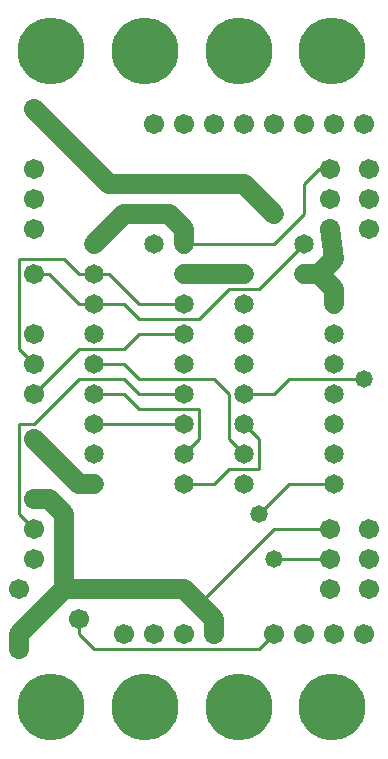
<source format=gbl>
%MOIN*%
%FSLAX25Y25*%
G04 D10 used for Character Trace; *
G04     Circle (OD=.01000) (No hole)*
G04 D11 used for Power Trace; *
G04     Circle (OD=.06500) (No hole)*
G04 D12 used for Signal Trace; *
G04     Circle (OD=.01100) (No hole)*
G04 D13 used for Via; *
G04     Circle (OD=.05800) (Round. Hole ID=.02800)*
G04 D14 used for Component hole; *
G04     Circle (OD=.06500) (Round. Hole ID=.03500)*
G04 D15 used for Component hole; *
G04     Circle (OD=.06700) (Round. Hole ID=.04300)*
G04 D16 used for Component hole; *
G04     Circle (OD=.08100) (Round. Hole ID=.05100)*
G04 D17 used for Component hole; *
G04     Circle (OD=.08900) (Round. Hole ID=.05900)*
G04 D18 used for Component hole; *
G04     Circle (OD=.11300) (Round. Hole ID=.08300)*
G04 D19 used for Component hole; *
G04     Circle (OD=.16000) (Round. Hole ID=.13000)*
G04 D20 used for Component hole; *
G04     Circle (OD=.18300) (Round. Hole ID=.15300)*
G04 D21 used for Component hole; *
G04     Circle (OD=.22291) (Round. Hole ID=.19291)*
%ADD10C,.01000*%
%ADD11C,.06500*%
%ADD12C,.01100*%
%ADD13C,.05800*%
%ADD14C,.06500*%
%ADD15C,.06700*%
%ADD16C,.08100*%
%ADD17C,.08900*%
%ADD18C,.11300*%
%ADD19C,.16000*%
%ADD20C,.18300*%
%ADD21C,.22291*%
%IPPOS*%
%LPD*%
G90*X0Y0D02*D21*X15625Y15625D03*D12*              
X30000Y35000D02*X85000D01*X90000Y40000D01*D15*D03*
X100000D03*D11*X70000D02*Y45000D01*D15*Y40000D03* 
D11*Y45000D02*X65000Y50000D01*X60000Y55000D01*    
X20000D01*X5000Y40000D01*Y35000D01*D15*D03*D11*   
X20000Y55000D02*Y80000D01*X15000Y85000D01*        
X10000D01*D15*D03*D12*Y75000D02*X5000Y80000D01*   
D15*X10000Y75000D03*D12*X5000Y80000D02*Y110000D01*
X10000D01*X25000Y125000D01*X40000D01*             
X45000Y120000D01*X60000D01*D14*D03*D12*           
X65000Y105000D02*Y115000D01*X60000Y100000D02*     
X65000Y105000D01*D14*X60000Y100000D03*D12*        
Y90000D02*X70000D01*D14*X60000D03*D12*X70000D02*  
X75000Y95000D01*X85000D01*Y105000D01*             
X80000Y110000D01*D14*D03*D12*Y100000D02*          
X75000Y105000D01*D14*X80000Y100000D03*D12*        
X75000Y105000D02*Y120000D01*X70000Y125000D01*     
X45000D01*X40000Y130000D01*X30000D01*D14*D03*D12* 
X10000Y120000D02*X25000Y135000D01*D15*            
X10000Y120000D03*Y130000D03*D12*X5000Y135000D01*  
Y165000D01*X20000D01*X25000Y160000D01*X30000D01*  
D14*D03*D12*X35000D01*X45000Y150000D01*X60000D01* 
D14*D03*D12*X45000Y145000D02*X65000D01*X45000D02* 
X40000Y150000D01*X30000D01*D14*D03*D12*X25000D01* 
X15000Y160000D01*X10000D01*D15*D03*Y175000D03*D14*
X30000Y140000D03*D15*X10000D03*D14*               
X30000Y170000D03*D11*X40000Y180000D01*X55000D01*  
X60000Y175000D01*Y170000D01*D14*D03*D12*X90000D01*
X100000Y180000D01*Y190000D01*X105000Y195000D01*   
X108500D01*D15*D03*X121500Y185000D03*Y195000D03*  
X108500Y185000D03*X120000Y210000D03*X110000D03*   
X100000D03*X90000D03*X108500Y175000D03*D11*       
X110000Y165000D01*X105000Y160000D01*              
X110000Y155000D01*Y150000D01*D14*D03*             
X100000Y160000D03*D11*X105000D01*D14*             
X100000Y170000D03*D12*X85000Y155000D01*X75000D01* 
X65000Y145000D01*D14*X60000Y140000D03*D12*        
X45000D01*X40000Y135000D01*X25000D01*             
X45000Y115000D02*X40000Y120000D01*                
X45000Y115000D02*X65000D01*D14*X60000Y110000D03*  
D12*X30000D01*D14*D03*D12*Y120000D02*X40000D01*   
D14*X30000D03*Y100000D03*D15*X10000Y105000D03*D11*
X25000Y90000D01*X30000D01*D14*D03*D15*            
X10000Y65000D03*X5000Y55000D03*D14*               
X60000Y130000D03*D12*X65000Y50000D02*             
X90000Y75000D01*X108500D01*D15*D03*               
X121500Y65000D03*Y75000D03*X108500Y65000D03*D12*  
X90000D01*D13*D03*X85000Y80000D03*D12*            
X95000Y90000D01*X110000D01*D14*D03*Y100000D03*    
Y110000D03*X80000Y120000D03*D12*X90000D01*        
X95000Y125000D01*X120000D01*D13*D03*D14*          
X110000Y130000D03*Y120000D03*Y140000D03*          
X80000Y160000D03*D11*X60000D01*D14*D03*           
X50000Y170000D03*X80000Y140000D03*Y150000D03*D11* 
X90000Y180000D02*X80000Y190000D01*D13*            
X90000Y180000D03*D11*X35000Y190000D02*X80000D01*  
X35000D02*X10000Y215000D01*D15*D03*D21*           
X15625Y234375D03*D15*X10000Y195000D03*Y185000D03* 
D21*X46875Y234375D03*D15*X50000Y210000D03*        
X60000D03*X70000D03*X80000D03*D21*                
X78125Y234375D03*D14*X80000Y130000D03*D21*        
X109375Y234375D03*D15*X121500Y175000D03*D14*      
X80000Y90000D03*D15*X108500Y55000D03*X121500D03*  
X25000Y45000D03*D12*Y40000D01*X30000Y35000D01*D15*
X40000Y40000D03*X50000D03*D21*X46875Y15625D03*D15*
X60000Y40000D03*D21*X78125Y15625D03*X109375D03*   
D15*X110000Y40000D03*X120000D03*M02*              

</source>
